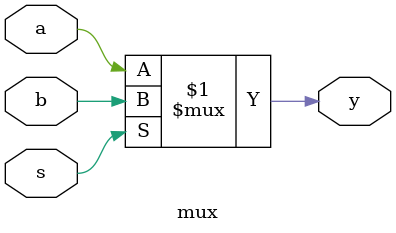
<source format=v>
module mux10 (
input [9:0] in,
input [3:0] s,
output y);

 wire m, n, o ,p ,q , r, z, t;

mux uut1 ( .a(in[0]), .b(in[1]), .s(s[0]), .y(m) );
mux uut2 ( .a(in[2]), .b(in[3]), .s(s[0]), .y(n) );
mux uut3 ( .a(in[4]), .b(in[5]), .s(s[0]), .y(o) );
mux uut4 ( .a(in[6]), .b(in[7]), .s(s[0]), .y(p) );
mux uut5 ( .a(in[8]), .b(in[9]), .s(s[0]), .y(q) );

mux uut6 ( .a(m), .b(n), .s(s[1]), .y(r) );
mux uut7 ( .a(o), .b(p), .s(s[1]), .y(z) );
mux uut8 ( .a(r), .b(z), .s(s[2]), .y(t) );
mux uut9 ( .a(t), .b(q), .s(s[3]), .y(y) );

endmodule

module mux (
input a,b,
input s,
output y);

assign y = (s ? b : a);

endmodule


</source>
